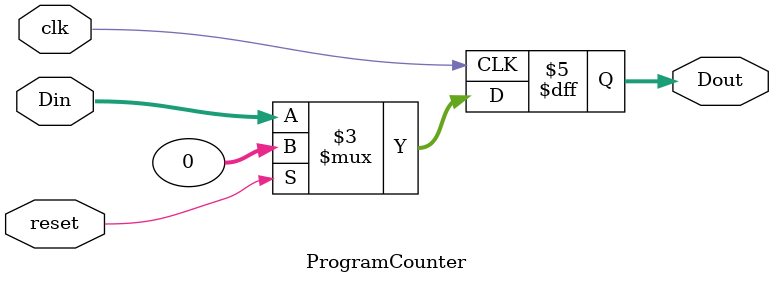
<source format=v>
`timescale 1ns / 1ps


module ProgramCounter(
	input clk,
    input reset,
    input [31:0] Din,
    output reg[31:0] Dout
    );
    always @(posedge clk) begin
    	if(reset)
    		Dout = 0;
    	else
    		Dout = Din;
    	end
endmodule

</source>
